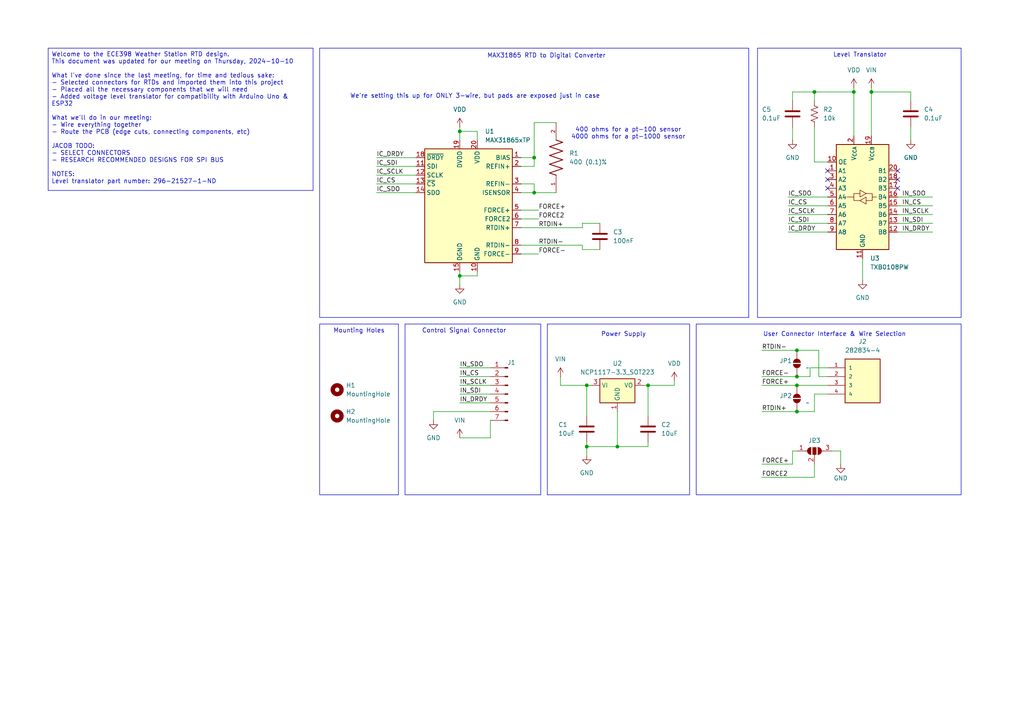
<source format=kicad_sch>
(kicad_sch (version 20231120) (generator "eeschema") (generator_version "8.0")
  (paper "A4")
  (title_block (title "Weather Station Temperature Sensor") (date "2024-10-09") (rev "R00") (company "Bradley University") (comment 1 "Authored By: Weather Station Dev Group") (comment 2 "Semester: ECE398 FA 2024"))
  (lib_symbols
    (symbol "Connector:Conn_01x07_Pin" (pin_names (offset 1.016) hide)
      (property "Reference" "J" (at 0 10.16 0))
      (property "Value" "Conn_01x07_Pin" (at 0 -10.16 0))
      (symbol "Conn_01x07_Pin_1_1"
        (polyline (pts (xy 1.27 -7.62) (xy 0.8636 -7.62)) (stroke (width 0.1524)))
        (polyline (pts (xy 1.27 -5.08) (xy 0.8636 -5.08)) (stroke (width 0.1524)))
        (polyline (pts (xy 1.27 -2.54) (xy 0.8636 -2.54)) (stroke (width 0.1524)))
        (polyline (pts (xy 1.27 0) (xy 0.8636 0)) (stroke (width 0.1524)))
        (polyline (pts (xy 1.27 2.54) (xy 0.8636 2.54)) (stroke (width 0.1524)))
        (polyline (pts (xy 1.27 5.08) (xy 0.8636 5.08)) (stroke (width 0.1524)))
        (polyline (pts (xy 1.27 7.62) (xy 0.8636 7.62)) (stroke (width 0.1524)))
        (rectangle (start 0.8636 -7.493) (end 0 -7.747) (stroke (width 0.1524)) (fill (type outline)))
        (rectangle (start 0.8636 -4.953) (end 0 -5.207) (stroke (width 0.1524)) (fill (type outline)))
        (rectangle (start 0.8636 -2.413) (end 0 -2.667) (stroke (width 0.1524)) (fill (type outline)))
        (rectangle (start 0.8636 0.127) (end 0 -0.127) (stroke (width 0.1524)) (fill (type outline)))
        (rectangle (start 0.8636 2.667) (end 0 2.413) (stroke (width 0.1524)) (fill (type outline)))
        (rectangle (start 0.8636 5.207) (end 0 4.953) (stroke (width 0.1524)) (fill (type outline)))
        (rectangle (start 0.8636 7.747) (end 0 7.493) (stroke (width 0.1524)) (fill (type outline)))
        (pin passive line (at 5.08 7.62 180) (length 3.81) (name "Pin_1") (number "1"))
        (pin passive line (at 5.08 5.08 180) (length 3.81) (name "Pin_2") (number "2"))
        (pin passive line (at 5.08 2.54 180) (length 3.81) (name "Pin_3") (number "3"))
        (pin passive line (at 5.08 0 180) (length 3.81) (name "Pin_4") (number "4"))
        (pin passive line (at 5.08 -2.54 180) (length 3.81) (name "Pin_5") (number "5"))
        (pin passive line (at 5.08 -5.08 180) (length 3.81) (name "Pin_6") (number "6"))
        (pin passive line (at 5.08 -7.62 180) (length 3.81) (name "Pin_7") (number "7"))
      )
    )
    (symbol "Device:C" (pin_numbers hide) (pin_names (offset 0.254))
      (property "Reference" "C" (at 0.635 2.54 0))
      (property "Value" "C" (at 0.635 -2.54 0))
      (symbol "C_0_1"
        (polyline (pts (xy -2.032 -0.762) (xy 2.032 -0.762)) (stroke (width 0.508)))
        (polyline (pts (xy -2.032 0.762) (xy 2.032 0.762)) (stroke (width 0.508)))
      )
      (symbol "C_1_1"
        (pin passive line (at 0 3.81 270) (length 2.794) (name "~") (number "1"))
        (pin passive line (at 0 -3.81 90) (length 2.794) (name "~") (number "2"))
      )
    )
    (symbol "Device:R_US" (pin_numbers hide) (pin_names (offset 0))
      (property "Reference" "R" (at 2.54 0 90))
      (property "Value" "R_US" (at -2.54 0 90))
      (symbol "R_US_0_1"
        (polyline (pts (xy 0 -2.286) (xy 0 -2.54)))
        (polyline (pts (xy 0 2.286) (xy 0 2.54)))
        (polyline (pts (xy 0 -0.762) (xy 1.016 -1.143) (xy 0 -1.524) (xy -1.016 -1.905) (xy 0 -2.286)))
        (polyline (pts (xy 0 0.762) (xy 1.016 0.381) (xy 0 0) (xy -1.016 -0.381) (xy 0 -0.762)))
        (polyline (pts (xy 0 2.286) (xy 1.016 1.905) (xy 0 1.524) (xy -1.016 1.143) (xy 0 0.762)))
      )
      (symbol "R_US_1_1"
        (pin passive line (at 0 3.81 270) (length 1.27) (name "~") (number "1"))
        (pin passive line (at 0 -3.81 90) (length 1.27) (name "~") (number "2"))
      )
    )
    (symbol "Jumper:SolderJumper_2_Open" (pin_numbers hide) (pin_names (offset 0) hide) (exclude_from_sim yes) (in_bom no)
      (property "Reference" "JP" (at 0 2.032 0))
      (property "Value" "SolderJumper_2_Open" (at 0 -2.54 0))
      (symbol "SolderJumper_2_Open_0_1"
        (arc (start -0.254 1.016) (mid -1.2656 0) (end -0.254 -1.016))
        (arc (start -0.254 1.016) (mid -1.2656 0) (end -0.254 -1.016) (fill (type outline)))
        (polyline (pts (xy -0.254 1.016) (xy -0.254 -1.016)))
        (polyline (pts (xy 0.254 1.016) (xy 0.254 -1.016)))
        (arc (start 0.254 -1.016) (mid 1.2656 0) (end 0.254 1.016))
        (arc (start 0.254 -1.016) (mid 1.2656 0) (end 0.254 1.016) (fill (type outline)))
      )
      (symbol "SolderJumper_2_Open_1_1"
        (pin passive line (at -3.81 0 0) (length 2.54) (name "A") (number "1"))
        (pin passive line (at 3.81 0 180) (length 2.54) (name "B") (number "2"))
      )
    )
    (symbol "Jumper:SolderJumper_3_Open" (pin_names (offset 0) hide) (exclude_from_sim yes) (in_bom no)
      (property "Reference" "JP" (at -2.54 -2.54 0))
      (property "Value" "SolderJumper_3_Open" (at 0 2.794 0))
      (symbol "SolderJumper_3_Open_0_1"
        (arc (start -1.016 1.016) (mid -2.0276 0) (end -1.016 -1.016))
        (arc (start -1.016 1.016) (mid -2.0276 0) (end -1.016 -1.016) (fill (type outline)))
        (rectangle (start -0.508 1.016) (end 0.508 -1.016) (fill (type outline)))
        (polyline (pts (xy -2.54 0) (xy -2.032 0)))
        (polyline (pts (xy -1.016 1.016) (xy -1.016 -1.016)))
        (polyline (pts (xy 0 -1.27) (xy 0 -1.016)))
        (polyline (pts (xy 1.016 1.016) (xy 1.016 -1.016)))
        (polyline (pts (xy 2.54 0) (xy 2.032 0)))
        (arc (start 1.016 -1.016) (mid 2.0276 0) (end 1.016 1.016))
        (arc (start 1.016 -1.016) (mid 2.0276 0) (end 1.016 1.016) (fill (type outline)))
      )
      (symbol "SolderJumper_3_Open_1_1"
        (pin passive line (at -5.08 0 0) (length 2.54) (name "A") (number "1"))
        (pin passive line (at 0 -3.81 90) (length 2.54) (name "C") (number "2"))
        (pin passive line (at 5.08 0 180) (length 2.54) (name "B") (number "3"))
      )
    )
    (symbol "Logic_LevelTranslator:TXB0108PW"
      (property "Reference" "U" (at -6.35 16.51 0))
      (property "Value" "TXB0108PW" (at 3.81 16.51 0))
      (symbol "TXB0108PW_0_1"
        (rectangle (start -7.62 15.24) (end 7.62 -15.24) (stroke (width 0.254)) (fill (type background)))
        (polyline (pts (xy -2.54 0) (xy -2.54 1.016) (xy -0.762 1.016)))
        (polyline (pts (xy 2.794 0) (xy 2.794 -1.016) (xy 1.016 -1.016)))
        (polyline (pts (xy -0.762 -1.016) (xy -2.54 -1.016) (xy -2.54 0) (xy -4.572 0)))
        (polyline (pts (xy -0.762 -1.016) (xy 1.016 0) (xy 1.016 -2.032) (xy -0.762 -1.016)))
        (polyline (pts (xy 1.016 1.016) (xy -0.762 0) (xy -0.762 2.032) (xy 1.016 1.016)))
        (polyline (pts (xy 1.016 1.016) (xy 2.794 1.016) (xy 2.794 0) (xy 4.064 0)))
      )
      (symbol "TXB0108PW_1_1"
        (pin bidirectional line (at -10.16 7.62 0) (length 2.54) (name "A1") (number "1"))
        (pin input line (at -10.16 10.16 0) (length 2.54) (name "OE") (number "10"))
        (pin power_in line (at 0 -17.78 90) (length 2.54) (name "GND") (number "11"))
        (pin bidirectional line (at 10.16 -10.16 180) (length 2.54) (name "B8") (number "12"))
        (pin bidirectional line (at 10.16 -7.62 180) (length 2.54) (name "B7") (number "13"))
        (pin bidirectional line (at 10.16 -5.08 180) (length 2.54) (name "B6") (number "14"))
        (pin bidirectional line (at 10.16 -2.54 180) (length 2.54) (name "B5") (number "15"))
        (pin bidirectional line (at 10.16 0 180) (length 2.54) (name "B4") (number "16"))
        (pin bidirectional line (at 10.16 2.54 180) (length 2.54) (name "B3") (number "17"))
        (pin bidirectional line (at 10.16 5.08 180) (length 2.54) (name "B2") (number "18"))
        (pin power_in line (at 2.54 17.78 270) (length 2.54) (name "V_{CCB}") (number "19"))
        (pin power_in line (at -2.54 17.78 270) (length 2.54) (name "V_{CCA}") (number "2"))
        (pin bidirectional line (at 10.16 7.62 180) (length 2.54) (name "B1") (number "20"))
        (pin bidirectional line (at -10.16 5.08 0) (length 2.54) (name "A2") (number "3"))
        (pin bidirectional line (at -10.16 2.54 0) (length 2.54) (name "A3") (number "4"))
        (pin bidirectional line (at -10.16 0 0) (length 2.54) (name "A4") (number "5"))
        (pin bidirectional line (at -10.16 -2.54 0) (length 2.54) (name "A5") (number "6"))
        (pin bidirectional line (at -10.16 -5.08 0) (length 2.54) (name "A6") (number "7"))
        (pin bidirectional line (at -10.16 -7.62 0) (length 2.54) (name "A7") (number "8"))
        (pin bidirectional line (at -10.16 -10.16 0) (length 2.54) (name "A8") (number "9"))
      )
    )
    (symbol "Mechanical:MountingHole" (pin_names (offset 1.016)) (exclude_from_sim yes) (in_bom no)
      (property "Reference" "H" (at 0 5.08 0))
      (property "Value" "MountingHole" (at 0 3.175 0))
      (symbol "MountingHole_0_1"
        (circle (center 0 0) (radius 1.27) (stroke (width 1.27)))
      )
    )
    (symbol "RT1206BRD07400RL:RT1206BRD07400RL" (pin_names (offset 1.016))
      (property "Reference" "R" (at -7.6244 2.5415 0))
      (property "Value" "RT1206BRD07400RL" (at -7.63 -5.0866 0))
      (symbol "RT1206BRD07400RL_0_0"
        (polyline (pts (xy -5.08 0) (xy -4.445 1.905)) (stroke (width 0.254)))
        (polyline (pts (xy -4.445 1.905) (xy -3.175 -1.905)) (stroke (width 0.254)))
        (polyline (pts (xy -3.175 -1.905) (xy -1.905 1.905)) (stroke (width 0.254)))
        (polyline (pts (xy -1.905 1.905) (xy -0.635 -1.905)) (stroke (width 0.254)))
        (polyline (pts (xy -0.635 -1.905) (xy 0.635 1.905)) (stroke (width 0.254)))
        (polyline (pts (xy 0.635 1.905) (xy 1.905 -1.905)) (stroke (width 0.254)))
        (polyline (pts (xy 1.905 -1.905) (xy 3.175 1.905)) (stroke (width 0.254)))
        (polyline (pts (xy 3.175 1.905) (xy 4.445 -1.905)) (stroke (width 0.254)))
        (polyline (pts (xy 4.445 -1.905) (xy 5.08 0)) (stroke (width 0.254)))
        (pin passive line (at -10.16 0 0) (length 5.08) (name "~") (number "1"))
        (pin passive line (at 10.16 0 180) (length 5.08) (name "~") (number "2"))
      )
    )
    (symbol "Regulator_Linear:NCP1117-3.3_SOT223"
      (property "Reference" "U" (at -3.81 3.175 0))
      (property "Value" "NCP1117-3.3_SOT223" (at 0 3.175 0))
      (symbol "NCP1117-3.3_SOT223_0_1"
        (rectangle (start -5.08 -5.08) (end 5.08 1.905) (stroke (width 0.254)) (fill (type background)))
      )
      (symbol "NCP1117-3.3_SOT223_1_1"
        (pin power_in line (at 0 -7.62 90) (length 2.54) (name "GND") (number "1"))
        (pin power_out line (at 7.62 0 180) (length 2.54) (name "VO") (number "2"))
        (pin power_in line (at -7.62 0 0) (length 2.54) (name "VI") (number "3"))
      )
    )
    (symbol "Sensor_Temperature:MAX31865xTP"
      (property "Reference" "U" (at -11.43 19.05 0))
      (property "Value" "MAX31865xTP" (at 10.16 19.05 0))
      (symbol "MAX31865xTP_0_1"
        (rectangle (start -12.7 17.78) (end 12.7 -15.24) (stroke (width 0.254)) (fill (type background)))
      )
      (symbol "MAX31865xTP_1_1"
        (pin power_out line (at 15.24 15.24 180) (length 2.54) (name "BIAS") (number "1"))
        (pin power_in line (at 2.54 -17.78 90) (length 2.54) (name "GND") (number "10"))
        (pin input line (at -15.24 12.7 0) (length 2.54) (name "SDI") (number "11"))
        (pin input line (at -15.24 10.16 0) (length 2.54) (name "SCLK") (number "12"))
        (pin input line (at -15.24 7.62 0) (length 2.54) (name "~{CS}") (number "13"))
        (pin tri_state line (at -15.24 5.08 0) (length 2.54) (name "SDO") (number "14"))
        (pin power_in line (at -2.54 -17.78 90) (length 2.54) (name "DGND") (number "15"))
        (pin passive line (at 2.54 -17.78 90) (length 2.54) hide (name "GND") (number "16"))
        (pin no_connect line (at -12.7 -2.54 0) (length 2.54) hide (name "NC") (number "17"))
        (pin output line (at -15.24 15.24 0) (length 2.54) (name "~{DRDY}") (number "18"))
        (pin power_in line (at -2.54 20.32 270) (length 2.54) (name "DVDD") (number "19"))
        (pin input line (at 15.24 12.7 180) (length 2.54) (name "REFIN+") (number "2"))
        (pin power_in line (at 2.54 20.32 270) (length 2.54) (name "VDD") (number "20"))
        (pin passive line (at 2.54 -17.78 90) (length 2.54) hide (name "GND") (number "21"))
        (pin input line (at 15.24 7.62 180) (length 2.54) (name "REFIN-") (number "3"))
        (pin passive line (at 15.24 5.08 180) (length 2.54) (name "ISENSOR") (number "4"))
        (pin passive line (at 15.24 0 180) (length 2.54) (name "FORCE+") (number "5"))
        (pin input line (at 15.24 -2.54 180) (length 2.54) (name "FORCE2") (number "6"))
        (pin input line (at 15.24 -5.08 180) (length 2.54) (name "RTDIN+") (number "7"))
        (pin input line (at 15.24 -10.16 180) (length 2.54) (name "RTDIN-") (number "8"))
        (pin power_out line (at 15.24 -12.7 180) (length 2.54) (name "FORCE-") (number "9"))
      )
    )
    (symbol "TE-282834:282834-4" (pin_names (offset 1.016))
      (property "Reference" "J" (at -7.62 8.382 0))
      (property "Value" "282834-4" (at -7.62 -7.62 0))
      (symbol "282834-4_0_0"
        (rectangle (start -7.62 -5.08) (end 2.54 7.62) (stroke (width 0.254)) (fill (type background)))
        (pin passive line (at 7.62 5.08 180) (length 5.08) (name "1") (number "1"))
        (pin passive line (at 7.62 2.54 180) (length 5.08) (name "2") (number "2"))
        (pin passive line (at 7.62 0 180) (length 5.08) (name "3") (number "3"))
        (pin passive line (at 7.62 -2.54 180) (length 5.08) (name "4") (number "4"))
      )
    )
    (symbol "power:GND" (power) (pin_numbers hide) (pin_names (offset 0) hide)
      (property "Value" "GND" (at 0 -3.81 0))
      (symbol "GND_0_1"
        (polyline (pts (xy 0 0) (xy 0 -1.27) (xy 1.27 -1.27) (xy 0 -2.54) (xy -1.27 -1.27) (xy 0 -1.27)))
      )
      (symbol "GND_1_1"
        (pin power_in line (at 0 0 270) (length 0) (name "~") (number "1"))
      )
    )
    (symbol "power:VCC" (power) (pin_numbers hide) (pin_names (offset 0) hide)
      (property "Value" "VCC" (at 0 3.556 0))
      (symbol "VCC_0_1"
        (polyline (pts (xy -0.762 1.27) (xy 0 2.54)))
        (polyline (pts (xy 0 0) (xy 0 2.54)))
        (polyline (pts (xy 0 2.54) (xy 0.762 1.27)))
      )
      (symbol "VCC_1_1"
        (pin power_in line (at 0 0 90) (length 0) (name "~") (number "1"))
      )
    )
    (symbol "power:VDD" (power) (pin_numbers hide) (pin_names (offset 0) hide)
      (property "Value" "VDD" (at 0 3.556 0))
      (symbol "VDD_0_1"
        (polyline (pts (xy -0.762 1.27) (xy 0 2.54)))
        (polyline (pts (xy 0 0) (xy 0 2.54)))
        (polyline (pts (xy 0 2.54) (xy 0.762 1.27)))
      )
      (symbol "VDD_1_1"
        (pin power_in line (at 0 0 90) (length 0) (name "~") (number "1"))
      )
    )
  )
  (junction (at 236.22 26.67))
  (junction (at 231.14 101.6))
  (junction (at 170.18 129.54))
  (junction (at 179.07 129.54))
  (junction (at 187.96 111.76))
  (junction (at 133.35 80.01))
  (junction (at 231.14 119.38))
  (junction (at 247.65 26.67))
  (junction (at 133.35 38.1))
  (junction (at 231.14 109.22))
  (junction (at 170.18 111.76))
  (junction (at 154.94 55.88))
  (junction (at 154.94 45.72))
  (junction (at 231.14 111.76))
  (junction (at 252.73 26.67))
  (no_connect (at 260.35 49.53))
  (no_connect (at 240.03 54.61))
  (no_connect (at 260.35 52.07))
  (no_connect (at 260.35 54.61))
  (no_connect (at 240.03 49.53))
  (no_connect (at 240.03 52.07))
  (wire (pts (xy 236.22 36.83) (xy 236.22 46.99)))
  (wire (pts (xy 133.35 36.83) (xy 133.35 38.1)))
  (wire (pts (xy 170.18 111.76) (xy 170.18 120.65)))
  (wire (pts (xy 236.22 114.3) (xy 240.03 114.3)))
  (wire (pts (xy 138.43 80.01) (xy 138.43 78.74)))
  (wire (pts (xy 231.14 119.38) (xy 236.22 119.38)))
  (wire (pts (xy 260.35 62.23) (xy 270.51 62.23)))
  (wire (pts (xy 133.35 80.01) (xy 133.35 82.55)))
  (wire (pts (xy 151.13 63.5) (xy 156.21 63.5)))
  (wire (pts (xy 142.24 121.92) (xy 142.24 127)))
  (wire (pts (xy 236.22 46.99) (xy 240.03 46.99)))
  (wire (pts (xy 109.22 53.34) (xy 120.65 53.34)))
  (wire (pts (xy 228.6 62.23) (xy 240.03 62.23)))
  (wire (pts (xy 179.07 129.54) (xy 170.18 129.54)))
  (wire (pts (xy 151.13 55.88) (xy 154.94 55.88)))
  (wire (pts (xy 220.98 134.62) (xy 229.87 134.62)))
  (wire (pts (xy 231.14 130.81) (xy 229.87 130.81)))
  (wire (pts (xy 170.18 128.27) (xy 170.18 129.54)))
  (wire (pts (xy 154.94 45.72) (xy 154.94 35.56)))
  (wire (pts (xy 187.96 128.27) (xy 187.96 129.54)))
  (wire (pts (xy 220.98 111.76) (xy 231.14 111.76)))
  (wire (pts (xy 229.87 36.83) (xy 229.87 40.64)))
  (wire (pts (xy 236.22 26.67) (xy 236.22 29.21)))
  (wire (pts (xy 142.24 127) (xy 133.35 127)))
  (wire (pts (xy 133.35 80.01) (xy 138.43 80.01)))
  (wire (pts (xy 252.73 26.67) (xy 252.73 39.37)))
  (wire (pts (xy 125.73 119.38) (xy 125.73 121.92)))
  (wire (pts (xy 260.35 59.69) (xy 270.51 59.69)))
  (wire (pts (xy 195.58 111.76) (xy 195.58 110.49)))
  (wire (pts (xy 220.98 101.6) (xy 231.14 101.6)))
  (wire (pts (xy 168.91 64.77) (xy 173.99 64.77)))
  (wire (pts (xy 151.13 60.96) (xy 156.21 60.96)))
  (wire (pts (xy 241.3 130.81) (xy 243.84 130.81)))
  (wire (pts (xy 247.65 26.67) (xy 247.65 25.4)))
  (wire (pts (xy 154.94 45.72) (xy 154.94 48.26)))
  (wire (pts (xy 133.35 106.68) (xy 142.24 106.68)))
  (wire (pts (xy 170.18 129.54) (xy 170.18 132.08)))
  (wire (pts (xy 247.65 26.67) (xy 247.65 39.37)))
  (wire (pts (xy 187.96 111.76) (xy 187.96 120.65)))
  (wire (pts (xy 187.96 129.54) (xy 179.07 129.54)))
  (wire (pts (xy 236.22 119.38) (xy 236.22 114.3)))
  (wire (pts (xy 151.13 66.04) (xy 168.91 66.04)))
  (wire (pts (xy 237.49 101.6) (xy 237.49 109.22)))
  (wire (pts (xy 154.94 53.34) (xy 154.94 55.88)))
  (wire (pts (xy 154.94 55.88) (xy 161.29 55.88)))
  (wire (pts (xy 234.95 109.22) (xy 234.95 106.68)))
  (wire (pts (xy 237.49 109.22) (xy 240.03 109.22)))
  (wire (pts (xy 229.87 29.21) (xy 229.87 26.67)))
  (wire (pts (xy 168.91 71.12) (xy 168.91 72.39)))
  (wire (pts (xy 260.35 57.15) (xy 270.51 57.15)))
  (wire (pts (xy 264.16 29.21) (xy 264.16 26.67)))
  (wire (pts (xy 228.6 64.77) (xy 240.03 64.77)))
  (wire (pts (xy 151.13 48.26) (xy 154.94 48.26)))
  (wire (pts (xy 125.73 119.38) (xy 142.24 119.38)))
  (wire (pts (xy 250.19 74.93) (xy 250.19 81.28)))
  (wire (pts (xy 229.87 26.67) (xy 236.22 26.67)))
  (wire (pts (xy 138.43 38.1) (xy 138.43 40.64)))
  (wire (pts (xy 133.35 38.1) (xy 138.43 38.1)))
  (wire (pts (xy 220.98 109.22) (xy 231.14 109.22)))
  (wire (pts (xy 229.87 130.81) (xy 229.87 134.62)))
  (wire (pts (xy 231.14 109.22) (xy 234.95 109.22)))
  (wire (pts (xy 231.14 111.76) (xy 240.03 111.76)))
  (wire (pts (xy 109.22 45.72) (xy 120.65 45.72)))
  (wire (pts (xy 133.35 109.22) (xy 142.24 109.22)))
  (wire (pts (xy 154.94 45.72) (xy 151.13 45.72)))
  (wire (pts (xy 187.96 111.76) (xy 195.58 111.76)))
  (wire (pts (xy 154.94 35.56) (xy 161.29 35.56)))
  (wire (pts (xy 168.91 72.39) (xy 173.99 72.39)))
  (wire (pts (xy 168.91 66.04) (xy 168.91 64.77)))
  (wire (pts (xy 133.35 38.1) (xy 133.35 40.64)))
  (wire (pts (xy 186.69 111.76) (xy 187.96 111.76)))
  (wire (pts (xy 243.84 130.81) (xy 243.84 134.62)))
  (wire (pts (xy 151.13 73.66) (xy 156.21 73.66)))
  (wire (pts (xy 162.56 111.76) (xy 170.18 111.76)))
  (wire (pts (xy 220.98 119.38) (xy 231.14 119.38)))
  (wire (pts (xy 133.35 78.74) (xy 133.35 80.01)))
  (wire (pts (xy 109.22 55.88) (xy 120.65 55.88)))
  (wire (pts (xy 133.35 114.3) (xy 142.24 114.3)))
  (wire (pts (xy 179.07 119.38) (xy 179.07 129.54)))
  (wire (pts (xy 264.16 36.83) (xy 264.16 40.64)))
  (wire (pts (xy 133.35 111.76) (xy 142.24 111.76)))
  (wire (pts (xy 133.35 116.84) (xy 142.24 116.84)))
  (wire (pts (xy 260.35 67.31) (xy 270.51 67.31)))
  (wire (pts (xy 151.13 71.12) (xy 168.91 71.12)))
  (wire (pts (xy 236.22 26.67) (xy 247.65 26.67)))
  (wire (pts (xy 109.22 50.8) (xy 120.65 50.8)))
  (wire (pts (xy 264.16 26.67) (xy 252.73 26.67)))
  (wire (pts (xy 171.45 111.76) (xy 170.18 111.76)))
  (wire (pts (xy 234.95 106.68) (xy 240.03 106.68)))
  (wire (pts (xy 154.94 53.34) (xy 151.13 53.34)))
  (wire (pts (xy 228.6 67.31) (xy 240.03 67.31)))
  (wire (pts (xy 228.6 59.69) (xy 240.03 59.69)))
  (wire (pts (xy 109.22 48.26) (xy 120.65 48.26)))
  (wire (pts (xy 260.35 64.77) (xy 270.51 64.77)))
  (wire (pts (xy 162.56 109.22) (xy 162.56 111.76)))
  (wire (pts (xy 236.22 134.62) (xy 236.22 138.43)))
  (wire (pts (xy 220.98 138.43) (xy 236.22 138.43)))
  (wire (pts (xy 252.73 26.67) (xy 252.73 25.4)))
  (wire (pts (xy 228.6 57.15) (xy 240.03 57.15)))
  (wire (pts (xy 231.14 101.6) (xy 237.49 101.6)))
  (rectangle (start 92.71 93.98) (end 115.57 143.51))
  (rectangle (start 158.75 93.98) (end 200.025 143.51))
  (rectangle (start 117.475 93.98) (end 156.845 143.51))
  (rectangle (start 92.71 13.97) (end 217.17 92.075))
  (rectangle (start 201.93 93.98) (end 278.765 143.51))
  (rectangle (start 219.71 13.97) (end 278.765 92.075))
  (text_box "Welcome to the ECE398 Weather Station RTD design.\nThis document was updated for our meeting on Thursday, 2024-10-10\n\nWhat I've done since the last meeting, for time and tedious sake:\n- Selected connectors for RTDs and imported them into this project\n- Placed all the necessary components that we will need\n- Added voltage level translator for compatibility with Arduino Uno & ESP32\n\nWhat we'll do in our meeting:\n- Wire everything together\n- Route the PCB (edge cuts, connecting components, etc)\n\nJACOB TODO:\n- SELECT CONNECTORS\n- RESEARCH RECOMMENDED DESIGNS FOR SPI BUS\n\nNOTES: \nLevel translator part number: 296-21527-1-ND" (at 13.97 13.97 0) (size 76.835 41.275) (effects (font (size 1.27 1.27)) (justify left top)))
  (text "400 ohms for a pt-100 sensor\n4000 ohms for a pt-1000 sensor\n" (at 182.245 38.735 0) (effects (font (size 1.27 1.27))))
  (text "MAX31865 RTD to Digital Converter\n" (at 158.496 16.256 0) (effects (font (size 1.27 1.27))))
  (text "Power Supply" (at 180.848 97.028 0) (effects (font (size 1.27 1.27))))
  (text "Control Signal Connector" (at 134.62 96.012 0) (effects (font (size 1.27 1.27))))
  (text "Mounting Holes" (at 104.14 96.012 0) (effects (font (size 1.27 1.27))))
  (text "Level Translator" (at 249.428 16.002 0) (effects (font (size 1.27 1.27))))
  (text "We're setting this up for ONLY 3-wire, but pads are exposed just in case" (at 137.795 27.94 0) (effects (font (size 1.27 1.27))))
  (text "User Connector Interface & Wire Selection" (at 242.062 97.028 0) (effects (font (size 1.27 1.27))))
  (label "IC_SDI" (at 109.22 48.26 0))
  (label "IC_DRDY" (at 109.22 45.72 0))
  (label "IN_SCLK" (at 261.62 62.23 0))
  (label "IN_CS" (at 261.62 59.69 0))
  (label "RTDIN-" (at 156.21 71.12 0))
  (label "IC_CS" (at 228.6 59.69 0))
  (label "IC_SCLK" (at 228.6 62.23 0))
  (label "FORCE2" (at 220.98 138.43 0))
  (label "IN_SCLK" (at 133.35 111.76 0))
  (label "IN_SDI" (at 133.35 114.3 0))
  (label "IN_DRDY" (at 261.62 67.31 0))
  (label "IC_SDO" (at 109.22 55.88 0))
  (label "IC_DRDY" (at 228.6 67.31 0))
  (label "FORCE2" (at 156.21 63.5 0))
  (label "IN_DRDY" (at 133.35 116.84 0))
  (label "RTDIN+" (at 220.98 119.38 0))
  (label "IN_SDO" (at 261.62 57.15 0))
  (label "FORCE+" (at 156.21 60.96 0))
  (label "IC_SDO" (at 228.6 57.15 0))
  (label "IC_CS" (at 109.22 53.34 0))
  (label "IC_SDI" (at 228.6 64.77 0))
  (label "IN_SDI" (at 261.62 64.77 0))
  (label "FORCE+" (at 220.98 111.76 0))
  (label "IN_CS" (at 133.35 109.22 0))
  (label "RTDIN+" (at 156.21 66.04 0))
  (label "IC_SCLK" (at 109.22 50.8 0))
  (label "FORCE+" (at 220.98 134.62 0))
  (label "FORCE-" (at 220.98 109.22 0))
  (label "FORCE-" (at 156.21 73.66 0))
  (label "IN_SDO" (at 133.35 106.68 0))
  (label "RTDIN-" (at 220.98 101.6 0))
  (symbol (lib_id "Regulator_Linear:NCP1117-3.3_SOT223") (at 179.07 111.76 0) (unit 1)
    (property "Reference" "U2" (at 179.07 105.41 0))
    (property "Value" "NCP1117-3.3_SOT223" (at 179.07 107.95 0))
    (property "Footprint" "Package_TO_SOT_SMD:SOT-223-3_TabPin2" (effects (hide yes)))
    (property "Datasheet" "http://www.onsemi.com/pub_link/Collateral/NCP1117-D.PDF" (effects (hide yes)))
    (property "Description" "1A Low drop-out regulator, Fixed Output 3.3V, SOT-223" (effects (hide yes)))
  )
  (symbol (lib_id "Mechanical:MountingHole") (at 97.79 120.65 0) (unit 1) (exclude_from_sim yes) (in_bom no)
    (property "Reference" "H2" (at 100.33 119.3799 0) (effects (justify left)))
    (property "Value" "MountingHole" (at 100.33 121.9199 0) (effects (justify left)))
    (property "Footprint" "MountingHole:MountingHole_3.2mm_M3" (effects (hide yes)))
    (property "Description" "Mounting Hole without connection" (effects (hide yes)))
  )
  (symbol (lib_id "Connector:Conn_01x07_Pin") (at 147.32 114.3 0) (mirror y) (unit 1)
    (property "Reference" "J1" (at 148.336 105.156 0))
    (property "Value" "Conn_01x05_Pin" (effects (hide yes)))
    (property "Footprint" "Connector_PinHeader_2.54mm:PinHeader_1x07_P2.54mm_Vertical" (effects (hide yes)))
    (property "Description" "Generic connector, single row, 01x07, script generated" (effects (hide yes)))
  )
  (symbol (lib_id "power:VCC") (at 162.56 109.22 0) (unit 1)
    (property "Reference" "#PWR05" (effects (hide yes)))
    (property "Value" "VIN" (at 162.56 104.14 0))
    (property "Description" "Power symbol creates a global label with name \"VCC\"" (effects (hide yes)))
  )
  (symbol (lib_id "power:GND") (at 133.35 82.55 0) (unit 1)
    (property "Reference" "#PWR01" (effects (hide yes)))
    (property "Value" "GND" (at 133.35 87.63 0))
    (property "Description" "Power symbol creates a global label with name \"GND\" , ground" (effects (hide yes)))
  )
  (symbol (lib_id "Device:C") (at 170.18 124.46 0) (unit 1)
    (property "Reference" "C1" (at 161.925 123.19 0) (effects (justify left)))
    (property "Value" "10uF" (at 161.925 125.73 0) (effects (justify left)))
    (property "Footprint" "Capacitor_SMD:C_0805_2012Metric" (effects (hide yes)))
    (property "Description" "Unpolarized capacitor" (effects (hide yes)))
  )
  (symbol (lib_id "RT1206BRD07400RL:RT1206BRD07400RL") (at 161.29 45.72 90) (unit 1)
    (property "Reference" "R1" (at 165.1 44.4499 90) (effects (justify right)))
    (property "Value" "400 (0.1)%" (at 165.1 46.9899 90) (effects (justify right)))
    (property "Footprint" "RT1206BRD07400RL:RESC3116X65N" (effects (hide yes)))
    (property "Description" "Resistor, US symbol" (effects (hide yes)))
  )
  (symbol (lib_id "Device:C") (at 229.87 33.02 0) (unit 1)
    (property "Reference" "C5" (at 220.98 31.75 0) (effects (justify left)))
    (property "Value" "0.1uF" (at 220.98 34.29 0) (effects (justify left)))
    (property "Footprint" "Capacitor_SMD:C_0805_2012Metric" (effects (hide yes)))
    (property "Description" "Unpolarized capacitor" (effects (hide yes)))
  )
  (symbol (lib_id "Logic_LevelTranslator:TXB0108PW") (at 250.19 57.15 0) (unit 1)
    (property "Reference" "U3" (at 252.3841 74.93 0) (effects (justify left)))
    (property "Value" "TXB0108PW" (at 252.3841 77.47 0) (effects (justify left)))
    (property "Footprint" "Package_SO:TSSOP-20_4.4x6.5mm_P0.65mm" (effects (hide yes)))
    (property "Datasheet" "http://www.ti.com/lit/ds/symlink/txb0108.pdf" (effects (hide yes)))
    (property "Description" "8-Bit Bidirectional Voltage-Level Translator, Auto Direction Sensing and ±15-kV ESD Protection, 1.2 - 3.6V APort, 1.65 - 5.5V BPort, TSSOP-20" (effects (hide yes)))
  )
  (symbol (lib_id "power:VCC") (at 133.35 127 0) (unit 1)
    (property "Reference" "#PWR012" (effects (hide yes)))
    (property "Value" "VIN" (at 133.35 121.92 0))
    (property "Description" "Power symbol creates a global label with name \"VCC\"" (effects (hide yes)))
  )
  (symbol (lib_id "Jumper:SolderJumper_3_Open") (at 236.22 130.81 0) (unit 1) (exclude_from_sim yes) (in_bom no)
    (property "Reference" "JP3" (at 236.22 127.762 0))
    (property "Value" "~" (at 236.22 128.27 0))
    (property "Footprint" "Jumper:SolderJumper-3_P1.3mm_Open_RoundedPad1.0x1.5mm_NumberLabels" (effects (hide yes)))
    (property "Description" "Solder Jumper, 3-pole, open" (effects (hide yes)))
  )
  (symbol (lib_id "Jumper:SolderJumper_2_Open") (at 231.14 115.57 90) (unit 1) (exclude_from_sim yes) (in_bom no)
    (property "Reference" "JP2" (at 226.06 114.808 90) (effects (justify right)))
    (property "Value" "~" (at 233.68 116.84 90) (effects (justify right)))
    (property "Footprint" "Jumper:SolderJumper-2_P1.3mm_Open_TrianglePad1.0x1.5mm" (effects (hide yes)))
    (property "Description" "Solder Jumper, 2-pole, open" (effects (hide yes)))
  )
  (symbol (lib_id "Device:R_US") (at 236.22 33.02 0) (unit 1)
    (property "Reference" "R2" (at 238.76 31.7499 0) (effects (justify left)))
    (property "Value" "10k" (at 238.76 34.2899 0) (effects (justify left)))
    (property "Footprint" "Capacitor_SMD:C_0805_2012Metric" (effects (hide yes)))
    (property "Description" "Resistor, US symbol" (effects (hide yes)))
  )
  (symbol (lib_id "power:GND") (at 229.87 40.64 0) (unit 1)
    (property "Reference" "#PWR09" (effects (hide yes)))
    (property "Value" "GND" (at 229.87 45.72 0))
    (property "Description" "Power symbol creates a global label with name \"GND\" , ground" (effects (hide yes)))
  )
  (symbol (lib_id "Mechanical:MountingHole") (at 97.79 113.03 0) (unit 1) (exclude_from_sim yes) (in_bom no)
    (property "Reference" "H1" (at 100.33 111.7599 0) (effects (justify left)))
    (property "Value" "MountingHole" (at 100.33 114.2999 0) (effects (justify left)))
    (property "Footprint" "MountingHole:MountingHole_3.2mm_M3" (effects (hide yes)))
    (property "Description" "Mounting Hole without connection" (effects (hide yes)))
  )
  (symbol (lib_id "Device:C") (at 264.16 33.02 0) (unit 1)
    (property "Reference" "C4" (at 267.97 31.7499 0) (effects (justify left)))
    (property "Value" "0.1uF" (at 267.97 34.2899 0) (effects (justify left)))
    (property "Footprint" "Capacitor_SMD:C_0805_2012Metric" (effects (hide yes)))
    (property "Description" "Unpolarized capacitor" (effects (hide yes)))
  )
  (symbol (lib_id "power:GND") (at 264.16 40.64 0) (unit 1)
    (property "Reference" "#PWR010" (effects (hide yes)))
    (property "Value" "GND" (at 264.16 45.72 0))
    (property "Description" "Power symbol creates a global label with name \"GND\" , ground" (effects (hide yes)))
  )
  (symbol (lib_id "power:GND") (at 125.73 121.92 0) (unit 1)
    (property "Reference" "#PWR013" (effects (hide yes)))
    (property "Value" "GND" (at 125.73 127 0))
    (property "Description" "Power symbol creates a global label with name \"GND\" , ground" (effects (hide yes)))
  )
  (symbol (lib_id "power:VDD") (at 195.58 110.49 0) (unit 1)
    (property "Reference" "#PWR04" (effects (hide yes)))
    (property "Value" "VDD" (at 195.58 105.41 0))
    (property "Description" "Power symbol creates a global label with name \"VDD\"" (effects (hide yes)))
  )
  (symbol (lib_id "power:GND") (at 170.18 132.08 0) (unit 1)
    (property "Reference" "#PWR03" (effects (hide yes)))
    (property "Value" "GND" (at 170.18 137.16 0))
    (property "Description" "Power symbol creates a global label with name \"GND\" , ground" (effects (hide yes)))
  )
  (symbol (lib_id "Device:C") (at 173.99 68.58 0) (unit 1)
    (property "Reference" "C3" (at 177.8 67.3099 0) (effects (justify left)))
    (property "Value" "100nF" (at 177.8 69.8499 0) (effects (justify left)))
    (property "Footprint" "Capacitor_SMD:C_0805_2012Metric" (effects (hide yes)))
    (property "Description" "Unpolarized capacitor" (effects (hide yes)))
  )
  (symbol (lib_id "power:GND") (at 243.84 134.62 0) (unit 1)
    (property "Reference" "#PWR06" (effects (hide yes)))
    (property "Value" "GND" (at 243.84 138.684 0))
    (property "Description" "Power symbol creates a global label with name \"GND\" , ground" (effects (hide yes)))
  )
  (symbol (lib_id "power:VCC") (at 252.73 25.4 0) (unit 1)
    (property "Reference" "#PWR07" (effects (hide yes)))
    (property "Value" "VIN" (at 252.73 20.32 0))
    (property "Description" "Power symbol creates a global label with name \"VCC\"" (effects (hide yes)))
  )
  (symbol (lib_id "power:VDD") (at 133.35 36.83 0) (unit 1)
    (property "Reference" "#PWR02" (effects (hide yes)))
    (property "Value" "VDD" (at 133.35 31.75 0))
    (property "Description" "Power symbol creates a global label with name \"VDD\"" (effects (hide yes)))
  )
  (symbol (lib_id "Jumper:SolderJumper_2_Open") (at 231.14 105.41 90) (unit 1) (exclude_from_sim yes) (in_bom no)
    (property "Reference" "JP1" (at 226.06 104.648 90) (effects (justify right)))
    (property "Value" "~" (at 233.68 106.68 90) (effects (justify right)))
    (property "Footprint" "Jumper:SolderJumper-2_P1.3mm_Open_TrianglePad1.0x1.5mm" (effects (hide yes)))
    (property "Description" "Solder Jumper, 2-pole, open" (effects (hide yes)))
  )
  (symbol (lib_id "power:VDD") (at 247.65 25.4 0) (unit 1)
    (property "Reference" "#PWR08" (effects (hide yes)))
    (property "Value" "VDD" (at 247.65 20.32 0))
    (property "Description" "Power symbol creates a global label with name \"VDD\"" (effects (hide yes)))
  )
  (symbol (lib_id "TE-282834:282834-4") (at 247.65 111.76 0) (mirror y) (unit 1)
    (property "Reference" "J2" (at 250.19 99.06 0))
    (property "Value" "282834-4" (at 250.19 101.6 0))
    (property "Footprint" "TE-282834:TE_282834-4" (effects (hide yes)))
    (property "PARTREV" "D" (effects (hide yes)))
    (property "STANDARD" "Manufacturer Recommendations" (effects (hide yes)))
    (property "SNAPEDA_PN" "282834-4" (effects (hide yes)))
    (property "MAXIMUM_PACKAGE_HEIGHT" "10 mm" (effects (hide yes)))
    (property "MANUFACTURER" "TE Connectivity" (effects (hide yes)))
  )
  (symbol (lib_id "Device:C") (at 187.96 124.46 0) (unit 1)
    (property "Reference" "C2" (at 191.77 123.1899 0) (effects (justify left)))
    (property "Value" "10uF" (at 191.77 125.7299 0) (effects (justify left)))
    (property "Footprint" "Capacitor_SMD:C_0805_2012Metric" (effects (hide yes)))
    (property "Description" "Unpolarized capacitor" (effects (hide yes)))
  )
  (symbol (lib_id "Sensor_Temperature:MAX31865xTP") (at 135.89 60.96 0) (unit 1)
    (property "Reference" "U1" (at 140.6241 38.1 0) (effects (justify left)))
    (property "Value" "MAX31865xTP" (at 140.6241 40.64 0) (effects (justify left)))
    (property "Footprint" "Package_DFN_QFN:TQFN-20-1EP_5x5mm_P0.65mm_EP3.25x3.25mm" (effects (hide yes)))
    (property "Datasheet" "https://www.analog.com/media/en/technical-documentation/data-sheets/MAX31865.pdf" (effects (hide yes)))
    (property "Description" "RTD-to-Digital Converter, TQFN-20" (effects (hide yes)))
  )
  (symbol (lib_id "power:GND") (at 250.19 81.28 0) (unit 1)
    (property "Reference" "#PWR011" (effects (hide yes)))
    (property "Value" "GND" (at 250.19 86.36 0))
    (property "Description" "Power symbol creates a global label with name \"GND\" , ground" (effects (hide yes)))
  )
)
</source>
